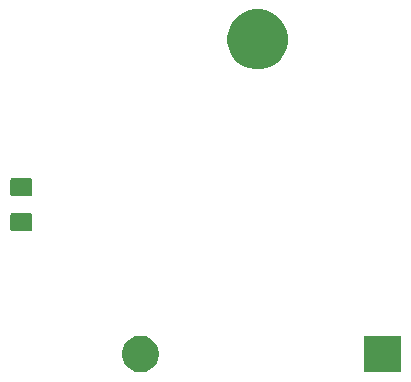
<source format=gbs>
G04 #@! TF.GenerationSoftware,KiCad,Pcbnew,(5.0.2)-1*
G04 #@! TF.CreationDate,2020-01-21T20:41:25+01:00*
G04 #@! TF.ProjectId,dragon,64726167-6f6e-42e6-9b69-6361645f7063,rev?*
G04 #@! TF.SameCoordinates,Original*
G04 #@! TF.FileFunction,Soldermask,Bot*
G04 #@! TF.FilePolarity,Negative*
%FSLAX46Y46*%
G04 Gerber Fmt 4.6, Leading zero omitted, Abs format (unit mm)*
G04 Created by KiCad (PCBNEW (5.0.2)-1) date 1/21/2020 8:41:25 PM*
%MOMM*%
%LPD*%
G01*
G04 APERTURE LIST*
%ADD10C,0.100000*%
G04 APERTURE END LIST*
D10*
G36*
X172112000Y-108191000D02*
X169010000Y-108191000D01*
X169010000Y-105089000D01*
X172112000Y-105089000D01*
X172112000Y-108191000D01*
X172112000Y-108191000D01*
G37*
G36*
X150423527Y-105128736D02*
X150523410Y-105148604D01*
X150805674Y-105265521D01*
X151059705Y-105435259D01*
X151275741Y-105651295D01*
X151445479Y-105905326D01*
X151562396Y-106187590D01*
X151622000Y-106487240D01*
X151622000Y-106792760D01*
X151562396Y-107092410D01*
X151445479Y-107374674D01*
X151275741Y-107628705D01*
X151059705Y-107844741D01*
X150805674Y-108014479D01*
X150523410Y-108131396D01*
X150423527Y-108151264D01*
X150223762Y-108191000D01*
X149918238Y-108191000D01*
X149718473Y-108151264D01*
X149618590Y-108131396D01*
X149336326Y-108014479D01*
X149082295Y-107844741D01*
X148866259Y-107628705D01*
X148696521Y-107374674D01*
X148579604Y-107092410D01*
X148520000Y-106792760D01*
X148520000Y-106487240D01*
X148579604Y-106187590D01*
X148696521Y-105905326D01*
X148866259Y-105651295D01*
X149082295Y-105435259D01*
X149336326Y-105265521D01*
X149618590Y-105148604D01*
X149718473Y-105128736D01*
X149918238Y-105089000D01*
X150223762Y-105089000D01*
X150423527Y-105128736D01*
X150423527Y-105128736D01*
G37*
G36*
X140775562Y-94715681D02*
X140810477Y-94726273D01*
X140842665Y-94743478D01*
X140870873Y-94766627D01*
X140894022Y-94794835D01*
X140911227Y-94827023D01*
X140921819Y-94861938D01*
X140926000Y-94904395D01*
X140926000Y-96045605D01*
X140921819Y-96088062D01*
X140911227Y-96122977D01*
X140894022Y-96155165D01*
X140870873Y-96183373D01*
X140842665Y-96206522D01*
X140810477Y-96223727D01*
X140775562Y-96234319D01*
X140733105Y-96238500D01*
X139266895Y-96238500D01*
X139224438Y-96234319D01*
X139189523Y-96223727D01*
X139157335Y-96206522D01*
X139129127Y-96183373D01*
X139105978Y-96155165D01*
X139088773Y-96122977D01*
X139078181Y-96088062D01*
X139074000Y-96045605D01*
X139074000Y-94904395D01*
X139078181Y-94861938D01*
X139088773Y-94827023D01*
X139105978Y-94794835D01*
X139129127Y-94766627D01*
X139157335Y-94743478D01*
X139189523Y-94726273D01*
X139224438Y-94715681D01*
X139266895Y-94711500D01*
X140733105Y-94711500D01*
X140775562Y-94715681D01*
X140775562Y-94715681D01*
G37*
G36*
X140775562Y-91740681D02*
X140810477Y-91751273D01*
X140842665Y-91768478D01*
X140870873Y-91791627D01*
X140894022Y-91819835D01*
X140911227Y-91852023D01*
X140921819Y-91886938D01*
X140926000Y-91929395D01*
X140926000Y-93070605D01*
X140921819Y-93113062D01*
X140911227Y-93147977D01*
X140894022Y-93180165D01*
X140870873Y-93208373D01*
X140842665Y-93231522D01*
X140810477Y-93248727D01*
X140775562Y-93259319D01*
X140733105Y-93263500D01*
X139266895Y-93263500D01*
X139224438Y-93259319D01*
X139189523Y-93248727D01*
X139157335Y-93231522D01*
X139129127Y-93208373D01*
X139105978Y-93180165D01*
X139088773Y-93147977D01*
X139078181Y-93113062D01*
X139074000Y-93070605D01*
X139074000Y-91929395D01*
X139078181Y-91886938D01*
X139088773Y-91852023D01*
X139105978Y-91819835D01*
X139129127Y-91791627D01*
X139157335Y-91768478D01*
X139189523Y-91751273D01*
X139224438Y-91740681D01*
X139266895Y-91736500D01*
X140733105Y-91736500D01*
X140775562Y-91740681D01*
X140775562Y-91740681D01*
G37*
G36*
X160744096Y-77547033D02*
X160744098Y-77547034D01*
X160744099Y-77547034D01*
X161208352Y-77739333D01*
X161624284Y-78017250D01*
X161626171Y-78018511D01*
X161981489Y-78373829D01*
X161981491Y-78373832D01*
X162260667Y-78791648D01*
X162452966Y-79255901D01*
X162551000Y-79748748D01*
X162551000Y-80251252D01*
X162452966Y-80744099D01*
X162260667Y-81208352D01*
X161982750Y-81624284D01*
X161981489Y-81626171D01*
X161626171Y-81981489D01*
X161626168Y-81981491D01*
X161208352Y-82260667D01*
X160744099Y-82452966D01*
X160744098Y-82452966D01*
X160744096Y-82452967D01*
X160251253Y-82551000D01*
X159748747Y-82551000D01*
X159255904Y-82452967D01*
X159255902Y-82452966D01*
X159255901Y-82452966D01*
X158791648Y-82260667D01*
X158373832Y-81981491D01*
X158373829Y-81981489D01*
X158018511Y-81626171D01*
X158017250Y-81624284D01*
X157739333Y-81208352D01*
X157547034Y-80744099D01*
X157449000Y-80251252D01*
X157449000Y-79748748D01*
X157547034Y-79255901D01*
X157739333Y-78791648D01*
X158018509Y-78373832D01*
X158018511Y-78373829D01*
X158373829Y-78018511D01*
X158375716Y-78017250D01*
X158791648Y-77739333D01*
X159255901Y-77547034D01*
X159255902Y-77547034D01*
X159255904Y-77547033D01*
X159748747Y-77449000D01*
X160251253Y-77449000D01*
X160744096Y-77547033D01*
X160744096Y-77547033D01*
G37*
M02*

</source>
